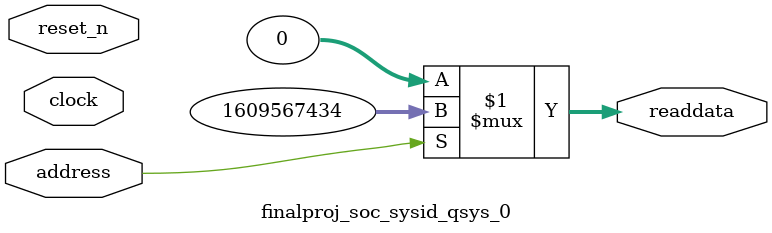
<source format=v>



// synthesis translate_off
`timescale 1ns / 1ps
// synthesis translate_on

// turn off superfluous verilog processor warnings 
// altera message_level Level1 
// altera message_off 10034 10035 10036 10037 10230 10240 10030 

module finalproj_soc_sysid_qsys_0 (
               // inputs:
                address,
                clock,
                reset_n,

               // outputs:
                readdata
             )
;

  output  [ 31: 0] readdata;
  input            address;
  input            clock;
  input            reset_n;

  wire    [ 31: 0] readdata;
  //control_slave, which is an e_avalon_slave
  assign readdata = address ? 1609567434 : 0;

endmodule



</source>
